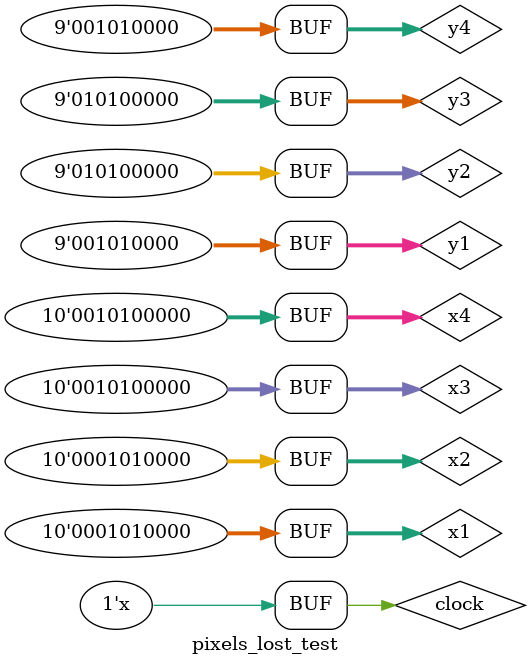
<source format=v>
/*
Copyright (C) {2014}  {Ganesh Ajjanagadde} <gajjanagadde@gmail.com>

This program is free software: you can redistribute it and/or modify
it under the terms of the GNU General Public License as published by
the Free Software Foundation, either version 3 of the License, or
(at your option) any later version.

This program is distributed in the hope that it will be useful,
but WITHOUT ANY WARRANTY; without even the implied warranty of
MERCHANTABILITY or FITNESS FOR A PARTICULAR PURPOSE.  See the
GNU General Public License for more details.

You should have received a copy of the GNU General Public License
along with this program.  If not, see <http://www.gnu.org/licenses/>.
*/
`default_nettype none
`define assert(condition) if(!((|{condition{)===1)) begin $display("FAIL"); $finish(1); end

module pixels_lost_test;

reg[9:0] x1;
reg[8:0] y1;
reg[9:0] x2;
reg[8:0] y2;
reg[9:0] x3;
reg[8:0] y3;
reg[9:0] x4;
reg[8:0] y4;

wire[6:0] percent_lost;

initial begin
x1 = 10'd80;
y1 = 9'd80;
x2 = 10'd80;
y2 = 9'd160;
x3 = 10'd160;
y3 = 9'd160;
x4 = 10'd160;
y4 = 9'd80;
end

reg clock = 0;
pixels_lost pixels_lost(clock, x1, y1, x2, y2, x3, y3, x4, y4, percent_lost);
always #1 clock <= !clock;
always @(posedge clock) begin
$display("%d, %d, %d, %d, %d, %d, %d, %d, %d", x1, y1, x2, y2, x3, y3, x4, y4, percent_lost);
end

endmodule

</source>
